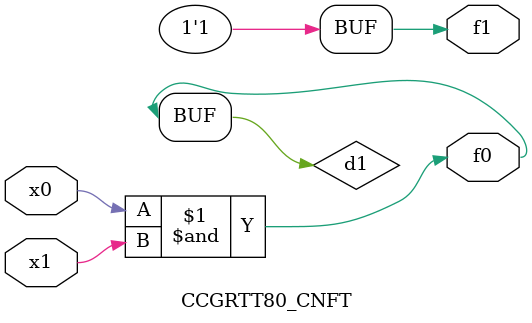
<source format=v>
module CCGRTT80_CNFT(
	input x0, x1,
	output f0, f1
);

	wire d1;

	assign f0 = d1;
	and (d1, x0, x1);
	assign f1 = 1'b1;
endmodule

</source>
